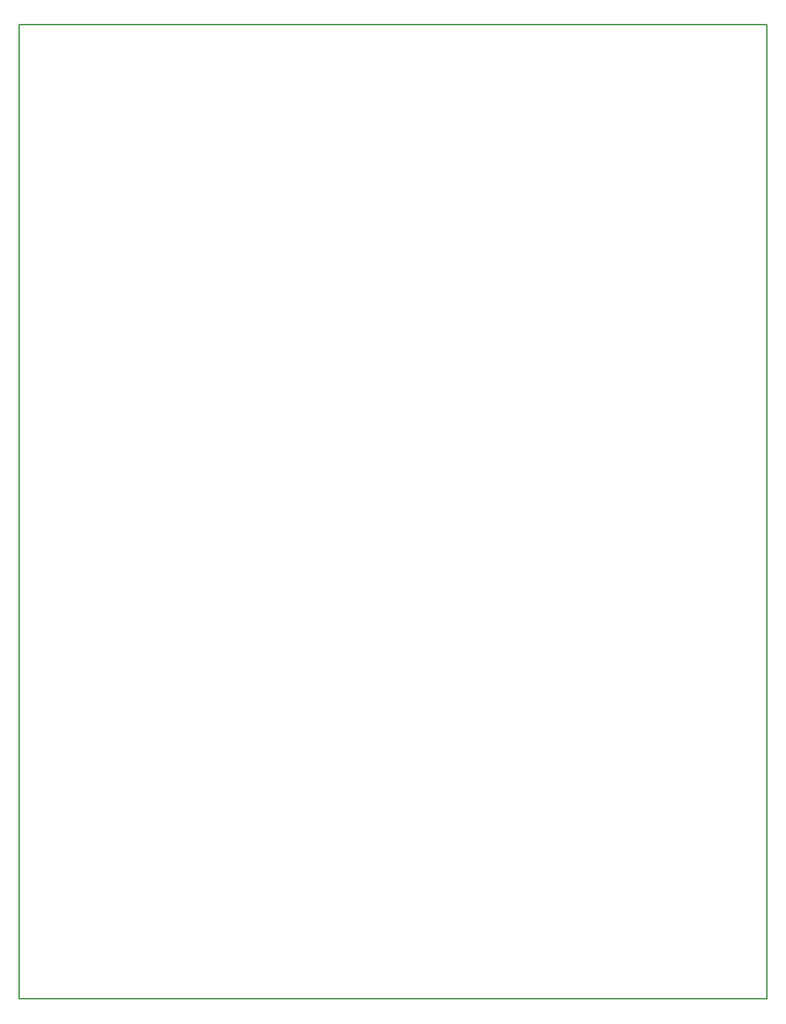
<source format=gbr>
G04 #@! TF.GenerationSoftware,KiCad,Pcbnew,5.1.2-f72e74a~84~ubuntu18.04.1*
G04 #@! TF.CreationDate,2019-12-29T11:51:02-05:00*
G04 #@! TF.ProjectId,knuth-gateway,6b6e7574-682d-4676-9174-657761792e6b,rev?*
G04 #@! TF.SameCoordinates,PX18392c0PY8b48bd0*
G04 #@! TF.FileFunction,Profile,NP*
%FSLAX46Y46*%
G04 Gerber Fmt 4.6, Leading zero omitted, Abs format (unit mm)*
G04 Created by KiCad (PCBNEW 5.1.2-f72e74a~84~ubuntu18.04.1) date 2019-12-29 11:51:02*
%MOMM*%
%LPD*%
G04 APERTURE LIST*
%ADD10C,0.150000*%
G04 APERTURE END LIST*
D10*
X0Y120650000D02*
X1270000Y120650000D01*
X0Y0D02*
X0Y120650000D01*
X92710000Y0D02*
X0Y0D01*
X92710000Y120650000D02*
X92710000Y0D01*
X1270000Y120650000D02*
X92710000Y120650000D01*
M02*

</source>
